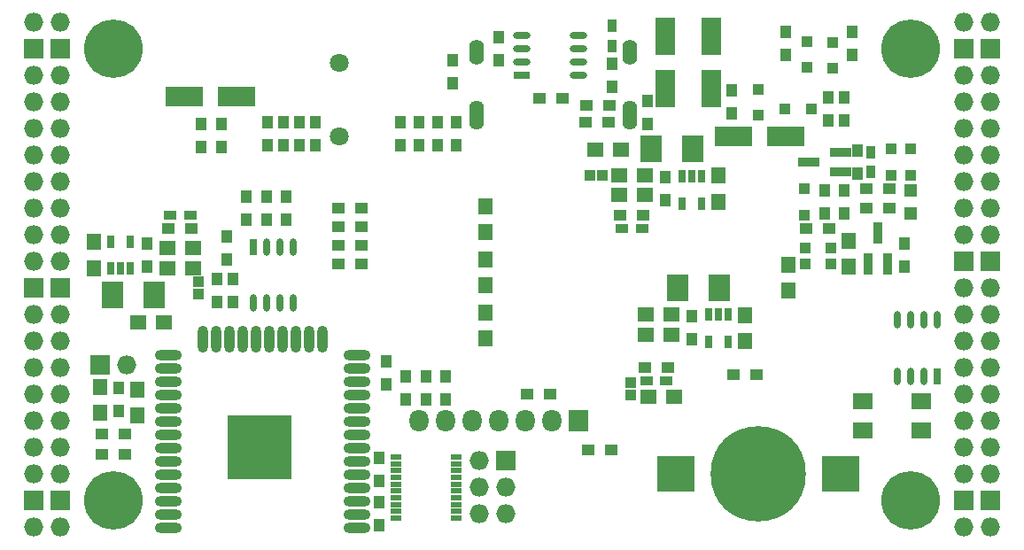
<source format=gbs>
G04 #@! TF.FileFunction,Soldermask,Bot*
%FSLAX46Y46*%
G04 Gerber Fmt 4.6, Leading zero omitted, Abs format (unit mm)*
G04 Created by KiCad (PCBNEW 4.0.7+dfsg1-1) date Mon Jan  8 20:14:45 2018*
%MOMM*%
%LPD*%
G01*
G04 APERTURE LIST*
%ADD10C,0.100000*%
%ADD11O,1.827200X1.827200*%
%ADD12R,1.827200X1.827200*%
%ADD13R,1.000000X1.300000*%
%ADD14R,1.100000X1.100000*%
%ADD15R,1.900000X3.600000*%
%ADD16R,2.100000X2.600000*%
%ADD17R,0.800000X1.300000*%
%ADD18R,1.350000X1.600000*%
%ADD19R,1.600000X1.350000*%
%ADD20R,0.900000X2.000000*%
%ADD21R,2.000000X0.900000*%
%ADD22R,1.300000X0.850000*%
%ADD23R,0.850000X1.300000*%
%ADD24R,1.300000X1.000000*%
%ADD25C,5.600000*%
%ADD26R,1.100000X0.500000*%
%ADD27R,1.827200X2.132000*%
%ADD28O,1.827200X2.132000*%
%ADD29R,3.600000X1.900000*%
%ADD30R,3.600000X3.400000*%
%ADD31C,9.100000*%
%ADD32C,1.800000*%
%ADD33O,1.400000X2.800000*%
%ADD34O,1.400000X2.400000*%
%ADD35R,0.700000X1.650000*%
%ADD36O,0.700000X1.650000*%
%ADD37R,1.650000X0.700000*%
%ADD38O,1.650000X0.700000*%
%ADD39O,2.600000X1.000000*%
%ADD40O,1.000000X2.600000*%
%ADD41R,6.100000X6.100000*%
%ADD42R,1.900000X1.500000*%
%ADD43R,1.300000X1.300000*%
G04 APERTURE END LIST*
D10*
D11*
X97910000Y-62690000D03*
X95370000Y-62690000D03*
D12*
X97910000Y-65230000D03*
X95370000Y-65230000D03*
D11*
X97910000Y-67770000D03*
X95370000Y-67770000D03*
X97910000Y-70310000D03*
X95370000Y-70310000D03*
X97910000Y-72850000D03*
X95370000Y-72850000D03*
X97910000Y-75390000D03*
X95370000Y-75390000D03*
X97910000Y-77930000D03*
X95370000Y-77930000D03*
X97910000Y-80470000D03*
X95370000Y-80470000D03*
X97910000Y-83010000D03*
X95370000Y-83010000D03*
X97910000Y-85550000D03*
X95370000Y-85550000D03*
D12*
X97910000Y-88090000D03*
X95370000Y-88090000D03*
D11*
X97910000Y-90630000D03*
X95370000Y-90630000D03*
X97910000Y-93170000D03*
X95370000Y-93170000D03*
X97910000Y-95710000D03*
X95370000Y-95710000D03*
X97910000Y-98250000D03*
X95370000Y-98250000D03*
X97910000Y-100790000D03*
X95370000Y-100790000D03*
X97910000Y-103330000D03*
X95370000Y-103330000D03*
X97910000Y-105870000D03*
X95370000Y-105870000D03*
D12*
X97910000Y-108410000D03*
X95370000Y-108410000D03*
D11*
X97910000Y-110950000D03*
X95370000Y-110950000D03*
D13*
X103498000Y-99858000D03*
X103498000Y-97658000D03*
D14*
X152393000Y-97142000D03*
X152393000Y-98342000D03*
D15*
X155695000Y-69000000D03*
X155695000Y-64000000D03*
D13*
X154044000Y-72426000D03*
X154044000Y-70226000D03*
D16*
X160870000Y-88090000D03*
X156870000Y-88090000D03*
D17*
X159825000Y-90600000D03*
X160775000Y-90600000D03*
X161725000Y-90600000D03*
X161725000Y-93200000D03*
X159825000Y-93200000D03*
D16*
X102895000Y-88725000D03*
X106895000Y-88725000D03*
D17*
X104575000Y-86215000D03*
X103625000Y-86215000D03*
X102675000Y-86215000D03*
X102675000Y-83615000D03*
X104575000Y-83615000D03*
D16*
X158330000Y-74755000D03*
X154330000Y-74755000D03*
D17*
X157285000Y-77392000D03*
X158235000Y-77392000D03*
X159185000Y-77392000D03*
X159185000Y-79992000D03*
X157285000Y-79992000D03*
D18*
X101085000Y-83665000D03*
X101085000Y-86165000D03*
D19*
X153810000Y-90630000D03*
X156310000Y-90630000D03*
X153810000Y-92535000D03*
X156310000Y-92535000D03*
D18*
X163315000Y-93150000D03*
X163315000Y-90650000D03*
D19*
X151270000Y-79200000D03*
X153770000Y-79200000D03*
X151270000Y-77295000D03*
X153770000Y-77295000D03*
D18*
X160775000Y-79815000D03*
X160775000Y-77315000D03*
D19*
X110590000Y-84280000D03*
X108090000Y-84280000D03*
X110590000Y-86185000D03*
X108090000Y-86185000D03*
D18*
X173221000Y-86038000D03*
X173221000Y-83538000D03*
D20*
X176965000Y-85780000D03*
X175065000Y-85780000D03*
X176015000Y-82780000D03*
D21*
X172435000Y-75075000D03*
X172435000Y-76975000D03*
X169435000Y-76025000D03*
D22*
X153910000Y-96910000D03*
X155810000Y-96910000D03*
X151570000Y-82375000D03*
X153470000Y-82375000D03*
X110290000Y-81105000D03*
X108390000Y-81105000D03*
D23*
X175380000Y-75075000D03*
X175380000Y-76975000D03*
D24*
X169200000Y-82375000D03*
X171400000Y-82375000D03*
D13*
X172840000Y-80935000D03*
X172840000Y-78735000D03*
D24*
X177115000Y-80470000D03*
X174915000Y-80470000D03*
D13*
X174110000Y-74925000D03*
X174110000Y-77125000D03*
X178555000Y-83815000D03*
X178555000Y-86015000D03*
X113785000Y-83180000D03*
X113785000Y-85380000D03*
X170935000Y-80935000D03*
X170935000Y-78735000D03*
X128390000Y-108580000D03*
X128390000Y-110780000D03*
D24*
X150572000Y-103584000D03*
X148372000Y-103584000D03*
X177115000Y-78565000D03*
X174915000Y-78565000D03*
X153760000Y-95640000D03*
X155960000Y-95640000D03*
X110440000Y-82375000D03*
X108240000Y-82375000D03*
X151420000Y-81105000D03*
X153620000Y-81105000D03*
D13*
X158235000Y-90800000D03*
X158235000Y-93000000D03*
X106165000Y-86015000D03*
X106165000Y-83815000D03*
X155695000Y-77465000D03*
X155695000Y-79665000D03*
D24*
X126696000Y-85804000D03*
X124496000Y-85804000D03*
X126696000Y-84026000D03*
X124496000Y-84026000D03*
X126696000Y-82248000D03*
X124496000Y-82248000D03*
X126696000Y-80470000D03*
X124496000Y-80470000D03*
D13*
X130422000Y-74458000D03*
X130422000Y-72258000D03*
X132200000Y-74458000D03*
X132200000Y-72258000D03*
X133978000Y-74458000D03*
X133978000Y-72258000D03*
X135756000Y-74458000D03*
X135756000Y-72258000D03*
D23*
X150589600Y-64910000D03*
X150589600Y-63010000D03*
D11*
X184270000Y-110950000D03*
X186810000Y-110950000D03*
D12*
X184270000Y-108410000D03*
X186810000Y-108410000D03*
D11*
X184270000Y-105870000D03*
X186810000Y-105870000D03*
X184270000Y-103330000D03*
X186810000Y-103330000D03*
X184270000Y-100790000D03*
X186810000Y-100790000D03*
X184270000Y-98250000D03*
X186810000Y-98250000D03*
X184270000Y-95710000D03*
X186810000Y-95710000D03*
X184270000Y-93170000D03*
X186810000Y-93170000D03*
X184270000Y-90630000D03*
X186810000Y-90630000D03*
X184270000Y-88090000D03*
X186810000Y-88090000D03*
D12*
X184270000Y-85550000D03*
X186810000Y-85550000D03*
D11*
X184270000Y-83010000D03*
X186810000Y-83010000D03*
X184270000Y-80470000D03*
X186810000Y-80470000D03*
X184270000Y-77930000D03*
X186810000Y-77930000D03*
X184270000Y-75390000D03*
X186810000Y-75390000D03*
X184270000Y-72850000D03*
X186810000Y-72850000D03*
X184270000Y-70310000D03*
X186810000Y-70310000D03*
X184270000Y-67770000D03*
X186810000Y-67770000D03*
D12*
X184270000Y-65230000D03*
X186810000Y-65230000D03*
D11*
X184270000Y-62690000D03*
X186810000Y-62690000D03*
D25*
X102990000Y-108410000D03*
X179190000Y-108410000D03*
X179190000Y-65230000D03*
X102990000Y-65230000D03*
D13*
X162045000Y-71410000D03*
X162045000Y-69210000D03*
X139820000Y-66330000D03*
X139820000Y-64130000D03*
X135375000Y-68532000D03*
X135375000Y-66332000D03*
X150615000Y-68870000D03*
X150615000Y-66670000D03*
D24*
X150275000Y-72215000D03*
X148075000Y-72215000D03*
X150380000Y-70600000D03*
X148180000Y-70600000D03*
D26*
X135735000Y-104215000D03*
X135735000Y-104865000D03*
X135735000Y-105515000D03*
X135735000Y-106165000D03*
X135735000Y-106815000D03*
X135735000Y-107465000D03*
X135735000Y-108115000D03*
X135735000Y-108765000D03*
X135735000Y-109415000D03*
X135735000Y-110065000D03*
X129935000Y-110065000D03*
X129935000Y-109415000D03*
X129935000Y-108765000D03*
X129935000Y-108115000D03*
X129935000Y-107465000D03*
X129935000Y-106815000D03*
X129935000Y-106165000D03*
X129935000Y-105515000D03*
X129935000Y-104865000D03*
X129935000Y-104215000D03*
D13*
X119500000Y-79370000D03*
X119500000Y-81570000D03*
X114420000Y-89444000D03*
X114420000Y-87244000D03*
X129025000Y-97275000D03*
X129025000Y-95075000D03*
X117595000Y-79370000D03*
X117595000Y-81570000D03*
X112896000Y-89444000D03*
X112896000Y-87244000D03*
X115690000Y-79370000D03*
X115690000Y-81570000D03*
D24*
X144730000Y-98250000D03*
X142530000Y-98250000D03*
D13*
X132835000Y-98715000D03*
X132835000Y-96515000D03*
X130930000Y-98715000D03*
X130930000Y-96515000D03*
D24*
X101890000Y-103965000D03*
X104090000Y-103965000D03*
D12*
X101720000Y-95456000D03*
D11*
X104260000Y-95456000D03*
D24*
X104090000Y-102060000D03*
X101890000Y-102060000D03*
D18*
X167506000Y-88324000D03*
X167506000Y-85824000D03*
D24*
X164415000Y-96345000D03*
X162215000Y-96345000D03*
D13*
X167252000Y-65822000D03*
X167252000Y-63622000D03*
D12*
X140455000Y-104600000D03*
D11*
X137915000Y-104600000D03*
X140455000Y-107140000D03*
X137915000Y-107140000D03*
X140455000Y-109680000D03*
X137915000Y-109680000D03*
D18*
X138550000Y-90396000D03*
X138550000Y-92896000D03*
X138550000Y-82736000D03*
X138550000Y-80236000D03*
X138550000Y-85316000D03*
X138550000Y-87816000D03*
X101720000Y-97508000D03*
X101720000Y-100008000D03*
D13*
X113277000Y-74585000D03*
X113277000Y-72385000D03*
X111372000Y-74585000D03*
X111372000Y-72385000D03*
X172840000Y-72045000D03*
X172840000Y-69845000D03*
X171316000Y-72045000D03*
X171316000Y-69845000D03*
D27*
X147440000Y-100790000D03*
D28*
X144900000Y-100790000D03*
X142360000Y-100790000D03*
X139820000Y-100790000D03*
X137280000Y-100790000D03*
X134740000Y-100790000D03*
X132200000Y-100790000D03*
D18*
X105276000Y-100262000D03*
X105276000Y-97762000D03*
D29*
X109761000Y-69802000D03*
X114761000Y-69802000D03*
X167212000Y-73612000D03*
X162212000Y-73612000D03*
D15*
X160140000Y-64000000D03*
X160140000Y-69000000D03*
D19*
X154064000Y-98504000D03*
X156564000Y-98504000D03*
X107796000Y-91392000D03*
X105296000Y-91392000D03*
X151484000Y-74882000D03*
X148984000Y-74882000D03*
D13*
X173602000Y-65822000D03*
X173602000Y-63622000D03*
X134740000Y-96515000D03*
X134740000Y-98715000D03*
D30*
X172485000Y-105870000D03*
X156685000Y-105870000D03*
D31*
X164585000Y-105870000D03*
D14*
X169284000Y-66988000D03*
X169284000Y-64488000D03*
X171697000Y-67081000D03*
X171697000Y-64581000D03*
X169050000Y-84280000D03*
X171550000Y-84280000D03*
X169030000Y-81085000D03*
X169030000Y-78585000D03*
X171550000Y-85804000D03*
X169050000Y-85804000D03*
X179190000Y-77275000D03*
X179190000Y-74775000D03*
X177285000Y-74775000D03*
X177285000Y-77275000D03*
X167145000Y-70945000D03*
X169645000Y-70945000D03*
X164585000Y-69060000D03*
X164585000Y-71560000D03*
X111118000Y-87490000D03*
X111118000Y-88690000D03*
X149691000Y-77295000D03*
X148491000Y-77295000D03*
D13*
X128390000Y-106546000D03*
X128390000Y-104346000D03*
X117722000Y-74458000D03*
X117722000Y-72258000D03*
X119246000Y-74458000D03*
X119246000Y-72258000D03*
X120770000Y-74458000D03*
X120770000Y-72258000D03*
X122294000Y-74458000D03*
X122294000Y-72258000D03*
D24*
X145880000Y-69900000D03*
X143680000Y-69900000D03*
D32*
X124580000Y-66548000D03*
X124580000Y-73548000D03*
D33*
X152280000Y-71550000D03*
X137680000Y-71550000D03*
D34*
X137680000Y-65500000D03*
X152280000Y-65500000D03*
D35*
X181730000Y-96505000D03*
D36*
X180460000Y-96505000D03*
X179190000Y-96505000D03*
X177920000Y-96505000D03*
X177920000Y-91105000D03*
X179190000Y-91105000D03*
X180460000Y-91105000D03*
X181730000Y-91105000D03*
D37*
X141980000Y-67706500D03*
D38*
X141980000Y-66436500D03*
X141980000Y-65166500D03*
X141980000Y-63896500D03*
X147380000Y-63896500D03*
X147380000Y-65166500D03*
X147380000Y-66436500D03*
X147380000Y-67706500D03*
D35*
X116325000Y-84120000D03*
D36*
X117595000Y-84120000D03*
X118865000Y-84120000D03*
X120135000Y-84120000D03*
X120135000Y-89520000D03*
X118865000Y-89520000D03*
X117595000Y-89520000D03*
X116325000Y-89520000D03*
D39*
X126230000Y-111000000D03*
X126230000Y-109730000D03*
X126230000Y-108460000D03*
X126230000Y-107190000D03*
X126230000Y-105920000D03*
X126230000Y-104650000D03*
X126230000Y-103380000D03*
X126230000Y-102110000D03*
X126230000Y-100840000D03*
X126230000Y-99570000D03*
X126230000Y-98300000D03*
X126230000Y-97030000D03*
X126230000Y-95760000D03*
X126230000Y-94490000D03*
D40*
X122945000Y-93000000D03*
X121675000Y-93000000D03*
X120405000Y-93000000D03*
X119135000Y-93000000D03*
X117865000Y-93000000D03*
X116595000Y-93000000D03*
X115325000Y-93000000D03*
X114055000Y-93000000D03*
X112785000Y-93000000D03*
X111515000Y-93000000D03*
D39*
X108230000Y-94490000D03*
X108230000Y-95760000D03*
X108230000Y-97030000D03*
X108230000Y-98300000D03*
X108230000Y-99570000D03*
X108230000Y-100840000D03*
X108230000Y-102110000D03*
X108230000Y-103380000D03*
X108230000Y-104650000D03*
X108230000Y-105920000D03*
X108230000Y-107190000D03*
X108230000Y-108460000D03*
X108230000Y-109730000D03*
X108230000Y-111000000D03*
D41*
X116930000Y-103300000D03*
D42*
X180212000Y-98882000D03*
X174612000Y-98882000D03*
X174612000Y-101682000D03*
X180212000Y-101682000D03*
D43*
X179190000Y-78735000D03*
X179190000Y-80935000D03*
M02*

</source>
